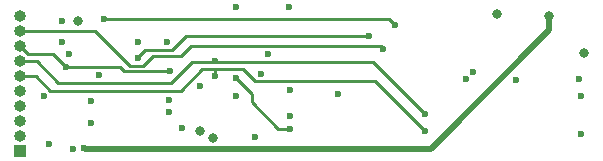
<source format=gbr>
%TF.GenerationSoftware,KiCad,Pcbnew,7.0.8*%
%TF.CreationDate,2023-12-27T11:07:12+01:00*%
%TF.ProjectId,Frost-ESP32,46726f73-742d-4455-9350-33322e6b6963,rev?*%
%TF.SameCoordinates,Original*%
%TF.FileFunction,Copper,L4,Inr*%
%TF.FilePolarity,Positive*%
%FSLAX46Y46*%
G04 Gerber Fmt 4.6, Leading zero omitted, Abs format (unit mm)*
G04 Created by KiCad (PCBNEW 7.0.8) date 2023-12-27 11:07:12*
%MOMM*%
%LPD*%
G01*
G04 APERTURE LIST*
%TA.AperFunction,ComponentPad*%
%ADD10R,1.000000X1.000000*%
%TD*%
%TA.AperFunction,ComponentPad*%
%ADD11O,1.000000X1.000000*%
%TD*%
%TA.AperFunction,ViaPad*%
%ADD12C,0.600000*%
%TD*%
%TA.AperFunction,ViaPad*%
%ADD13C,0.800000*%
%TD*%
%TA.AperFunction,Conductor*%
%ADD14C,0.250000*%
%TD*%
%TA.AperFunction,Conductor*%
%ADD15C,0.500000*%
%TD*%
G04 APERTURE END LIST*
D10*
%TO.N,/Vconn*%
%TO.C,J2*%
X95500000Y-109930000D03*
D11*
%TO.N,/CANL*%
X95500000Y-108660000D03*
%TO.N,/CANH*%
X95500000Y-107390000D03*
%TO.N,GND*%
X95500000Y-106120000D03*
%TO.N,+5V*%
X95500000Y-104850000D03*
%TO.N,/RX*%
X95500000Y-103580000D03*
%TO.N,/TX*%
X95500000Y-102310000D03*
%TO.N,/GPIO8*%
X95500000Y-101040000D03*
%TO.N,/GPIO10*%
X95500000Y-99770000D03*
%TO.N,GND*%
X95500000Y-98500000D03*
%TD*%
D12*
%TO.N,/TX*%
X112000000Y-102275500D03*
D13*
X111800000Y-108800000D03*
D12*
%TO.N,/RX*%
X112000000Y-103600000D03*
D13*
X110700000Y-108200000D03*
D12*
%TO.N,/Vconn*%
X99000000Y-98900000D03*
%TO.N,+3V3*%
X108100000Y-105600000D03*
X101500000Y-107500000D03*
X118375000Y-104720000D03*
X102124307Y-103500554D03*
X97475500Y-105257744D03*
X113750000Y-97750000D03*
X142800000Y-103800000D03*
%TO.N,GND*%
X109200000Y-108000000D03*
D13*
X135900000Y-98300000D03*
D12*
X105475000Y-100650000D03*
X97900000Y-109300000D03*
X99923385Y-109720839D03*
X143000000Y-105212500D03*
X143000000Y-108500000D03*
X122360000Y-105050000D03*
X107925000Y-100650000D03*
X118375000Y-106920000D03*
X115400000Y-108700000D03*
X118250000Y-97750000D03*
X101500000Y-105700000D03*
%TO.N,/CANH*%
X99650500Y-101710000D03*
%TO.N,/CANL*%
X99000000Y-100690000D03*
%TO.N,+5V*%
X100900000Y-109637500D03*
D13*
X140300000Y-98500000D03*
X100400000Y-98900000D03*
D12*
%TO.N,/USB_D+*%
X133199479Y-103800521D03*
%TO.N,/USB_D-*%
X133800521Y-103199479D03*
%TO.N,/SD_CS*%
X113750000Y-105250000D03*
%TO.N,/CAN_RX*%
X105490969Y-102054500D03*
X125000000Y-100200000D03*
%TO.N,/CAN_TX*%
X127200000Y-99200000D03*
X102600000Y-98700000D03*
%TO.N,/SD_MOSI*%
X116500000Y-101660500D03*
%TO.N,/SD_SCK*%
X115895250Y-103354750D03*
%TO.N,/SD_MISO*%
X118375000Y-108020000D03*
X113750000Y-103750000D03*
%TO.N,/GPIO8*%
X99349500Y-102800000D03*
X108200000Y-103100000D03*
%TO.N,/GPIO10*%
X126250000Y-101250000D03*
%TO.N,/RX*%
X129750000Y-108250000D03*
%TO.N,/TX*%
X129750000Y-106750000D03*
%TO.N,Net-(U1-EN{slash}CHIP_PU)*%
X108100000Y-106610000D03*
X110700000Y-104400000D03*
%TO.N,/Vbus*%
X137500000Y-103925500D03*
D13*
X143200000Y-101600000D03*
%TD*%
D14*
%TO.N,/RX*%
X112000000Y-103000000D02*
X112000000Y-103600000D01*
X112000000Y-103000000D02*
X110919239Y-103000000D01*
X114400000Y-103000000D02*
X112000000Y-103000000D01*
D15*
%TO.N,+5V*%
X100962500Y-109700000D02*
X130300000Y-109700000D01*
X100900000Y-109637500D02*
X100962500Y-109700000D01*
X140300000Y-99700000D02*
X140300000Y-98500000D01*
X130300000Y-109700000D02*
X140300000Y-99700000D01*
D14*
%TO.N,/CAN_RX*%
X106025000Y-101375000D02*
X108366726Y-101375000D01*
X109541726Y-100200000D02*
X125000000Y-100200000D01*
X105490969Y-102054500D02*
X105490969Y-101909031D01*
X105490969Y-101909031D02*
X106025000Y-101375000D01*
X108366726Y-101375000D02*
X109541726Y-100200000D01*
%TO.N,/CAN_TX*%
X102600000Y-98700000D02*
X126700000Y-98700000D01*
X126700000Y-98700000D02*
X127200000Y-99200000D01*
%TO.N,/SD_MISO*%
X117320000Y-108020000D02*
X118375000Y-108020000D01*
X115100000Y-105100000D02*
X115100000Y-105800000D01*
X115100000Y-105800000D02*
X117320000Y-108020000D01*
X113750000Y-103750000D02*
X115100000Y-105100000D01*
%TO.N,/GPIO8*%
X98235000Y-101685500D02*
X96145500Y-101685500D01*
X103965000Y-102800000D02*
X104315000Y-103150000D01*
X99349500Y-102800000D02*
X103965000Y-102800000D01*
X104315000Y-103150000D02*
X108150000Y-103150000D01*
X96145500Y-101685500D02*
X95500000Y-101040000D01*
X99349500Y-102800000D02*
X98235000Y-101685500D01*
X108150000Y-103150000D02*
X108200000Y-103100000D01*
%TO.N,/GPIO10*%
X104748884Y-102700000D02*
X101818884Y-99770000D01*
X105900000Y-102700000D02*
X104748884Y-102700000D01*
X126010500Y-101010500D02*
X109989500Y-101010500D01*
X106715000Y-101885000D02*
X105900000Y-102700000D01*
X126250000Y-101250000D02*
X126010500Y-101010500D01*
X101818884Y-99770000D02*
X95500000Y-99770000D01*
X109115000Y-101885000D02*
X106715000Y-101885000D01*
X109989500Y-101010500D02*
X109115000Y-101885000D01*
%TO.N,/RX*%
X115404750Y-104004750D02*
X114400000Y-103000000D01*
X110919239Y-103000000D02*
X109119239Y-104800000D01*
X129750000Y-108250000D02*
X125504750Y-104004750D01*
X96830000Y-103580000D02*
X95500000Y-103580000D01*
X98050000Y-104800000D02*
X96830000Y-103580000D01*
X109119239Y-104800000D02*
X98050000Y-104800000D01*
X125504750Y-104004750D02*
X115404750Y-104004750D01*
%TO.N,/TX*%
X95500000Y-102310000D02*
X96910000Y-102310000D01*
X108258330Y-104125554D02*
X110023884Y-102360000D01*
X98725554Y-104125554D02*
X108258330Y-104125554D01*
X125360000Y-102360000D02*
X129750000Y-106750000D01*
X110023884Y-102360000D02*
X125360000Y-102360000D01*
X96910000Y-102310000D02*
X98725554Y-104125554D01*
%TD*%
M02*

</source>
